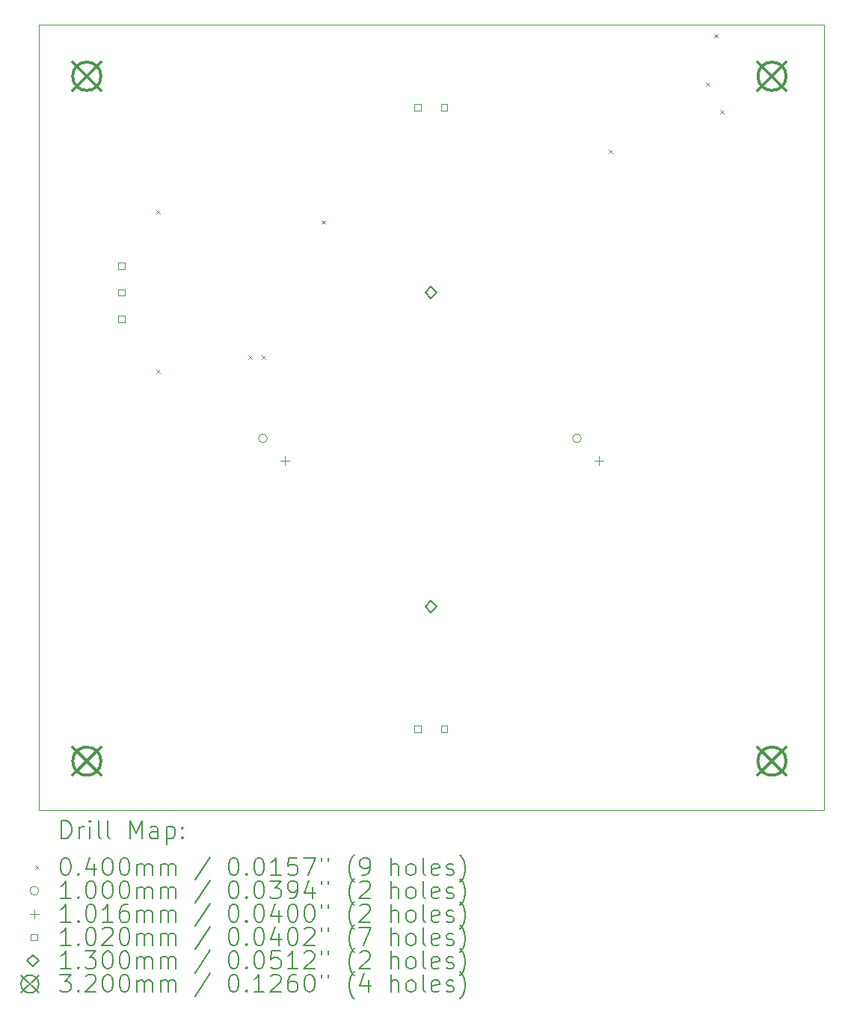
<source format=gbr>
%TF.GenerationSoftware,KiCad,Pcbnew,(6.0.11)*%
%TF.CreationDate,2023-02-16T11:16:12-05:00*%
%TF.ProjectId,DCT_HV_Widget,4443545f-4856-45f5-9769-646765742e6b,rev?*%
%TF.SameCoordinates,Original*%
%TF.FileFunction,Drillmap*%
%TF.FilePolarity,Positive*%
%FSLAX45Y45*%
G04 Gerber Fmt 4.5, Leading zero omitted, Abs format (unit mm)*
G04 Created by KiCad (PCBNEW (6.0.11)) date 2023-02-16 11:16:12*
%MOMM*%
%LPD*%
G01*
G04 APERTURE LIST*
%ADD10C,0.101600*%
%ADD11C,0.200000*%
%ADD12C,0.040000*%
%ADD13C,0.100000*%
%ADD14C,0.102000*%
%ADD15C,0.130000*%
%ADD16C,0.320000*%
G04 APERTURE END LIST*
D10*
X11597500Y-5510000D02*
X20487500Y-5510000D01*
X20487500Y-5510000D02*
X20487500Y-14400000D01*
X20487500Y-14400000D02*
X11597500Y-14400000D01*
X11597500Y-14400000D02*
X11597500Y-5510000D01*
D11*
D12*
X12925000Y-7610000D02*
X12965000Y-7650000D01*
X12965000Y-7610000D02*
X12925000Y-7650000D01*
X12927500Y-9410000D02*
X12967500Y-9450000D01*
X12967500Y-9410000D02*
X12927500Y-9450000D01*
X13967500Y-9247500D02*
X14007500Y-9287500D01*
X14007500Y-9247500D02*
X13967500Y-9287500D01*
X14120000Y-9252500D02*
X14160000Y-9292500D01*
X14160000Y-9252500D02*
X14120000Y-9292500D01*
X14797500Y-7722500D02*
X14837500Y-7762500D01*
X14837500Y-7722500D02*
X14797500Y-7762500D01*
X18045000Y-6920000D02*
X18085000Y-6960000D01*
X18085000Y-6920000D02*
X18045000Y-6960000D01*
X19150000Y-6157500D02*
X19190000Y-6197500D01*
X19190000Y-6157500D02*
X19150000Y-6197500D01*
X19240000Y-5612500D02*
X19280000Y-5652500D01*
X19280000Y-5612500D02*
X19240000Y-5652500D01*
X19307500Y-6472500D02*
X19347500Y-6512500D01*
X19347500Y-6472500D02*
X19307500Y-6512500D01*
D13*
X14180500Y-10188500D02*
G75*
G03*
X14180500Y-10188500I-50000J0D01*
G01*
X17736500Y-10188500D02*
G75*
G03*
X17736500Y-10188500I-50000J0D01*
G01*
D10*
X14384500Y-10391700D02*
X14384500Y-10493300D01*
X14333700Y-10442500D02*
X14435300Y-10442500D01*
X17940500Y-10391700D02*
X17940500Y-10493300D01*
X17889700Y-10442500D02*
X17991300Y-10442500D01*
D14*
X12566063Y-8273563D02*
X12566063Y-8201437D01*
X12493937Y-8201437D01*
X12493937Y-8273563D01*
X12566063Y-8273563D01*
X12566063Y-8573563D02*
X12566063Y-8501437D01*
X12493937Y-8501437D01*
X12493937Y-8573563D01*
X12566063Y-8573563D01*
X12566063Y-8873563D02*
X12566063Y-8801437D01*
X12493937Y-8801437D01*
X12493937Y-8873563D01*
X12566063Y-8873563D01*
X15918563Y-6478063D02*
X15918563Y-6405937D01*
X15846437Y-6405937D01*
X15846437Y-6478063D01*
X15918563Y-6478063D01*
X15918563Y-13514063D02*
X15918563Y-13441937D01*
X15846437Y-13441937D01*
X15846437Y-13514063D01*
X15918563Y-13514063D01*
X16218563Y-6478063D02*
X16218563Y-6405937D01*
X16146437Y-6405937D01*
X16146437Y-6478063D01*
X16218563Y-6478063D01*
X16218563Y-13514063D02*
X16218563Y-13441937D01*
X16146437Y-13441937D01*
X16146437Y-13514063D01*
X16218563Y-13514063D01*
D15*
X16035500Y-8602500D02*
X16100500Y-8537500D01*
X16035500Y-8472500D01*
X15970500Y-8537500D01*
X16035500Y-8602500D01*
X16035500Y-12158500D02*
X16100500Y-12093500D01*
X16035500Y-12028500D01*
X15970500Y-12093500D01*
X16035500Y-12158500D01*
D16*
X11977500Y-5930000D02*
X12297500Y-6250000D01*
X12297500Y-5930000D02*
X11977500Y-6250000D01*
X12297500Y-6090000D02*
G75*
G03*
X12297500Y-6090000I-160000J0D01*
G01*
X11977500Y-13682500D02*
X12297500Y-14002500D01*
X12297500Y-13682500D02*
X11977500Y-14002500D01*
X12297500Y-13842500D02*
G75*
G03*
X12297500Y-13842500I-160000J0D01*
G01*
X19735000Y-5930000D02*
X20055000Y-6250000D01*
X20055000Y-5930000D02*
X19735000Y-6250000D01*
X20055000Y-6090000D02*
G75*
G03*
X20055000Y-6090000I-160000J0D01*
G01*
X19735000Y-13682500D02*
X20055000Y-14002500D01*
X20055000Y-13682500D02*
X19735000Y-14002500D01*
X20055000Y-13842500D02*
G75*
G03*
X20055000Y-13842500I-160000J0D01*
G01*
D11*
X11850039Y-14715556D02*
X11850039Y-14515556D01*
X11897658Y-14515556D01*
X11926229Y-14525080D01*
X11945277Y-14544128D01*
X11954801Y-14563175D01*
X11964325Y-14601270D01*
X11964325Y-14629842D01*
X11954801Y-14667937D01*
X11945277Y-14686985D01*
X11926229Y-14706032D01*
X11897658Y-14715556D01*
X11850039Y-14715556D01*
X12050039Y-14715556D02*
X12050039Y-14582223D01*
X12050039Y-14620318D02*
X12059563Y-14601270D01*
X12069087Y-14591747D01*
X12088134Y-14582223D01*
X12107182Y-14582223D01*
X12173848Y-14715556D02*
X12173848Y-14582223D01*
X12173848Y-14515556D02*
X12164325Y-14525080D01*
X12173848Y-14534604D01*
X12183372Y-14525080D01*
X12173848Y-14515556D01*
X12173848Y-14534604D01*
X12297658Y-14715556D02*
X12278610Y-14706032D01*
X12269087Y-14686985D01*
X12269087Y-14515556D01*
X12402420Y-14715556D02*
X12383372Y-14706032D01*
X12373848Y-14686985D01*
X12373848Y-14515556D01*
X12630991Y-14715556D02*
X12630991Y-14515556D01*
X12697658Y-14658413D01*
X12764325Y-14515556D01*
X12764325Y-14715556D01*
X12945277Y-14715556D02*
X12945277Y-14610794D01*
X12935753Y-14591747D01*
X12916706Y-14582223D01*
X12878610Y-14582223D01*
X12859563Y-14591747D01*
X12945277Y-14706032D02*
X12926229Y-14715556D01*
X12878610Y-14715556D01*
X12859563Y-14706032D01*
X12850039Y-14686985D01*
X12850039Y-14667937D01*
X12859563Y-14648889D01*
X12878610Y-14639366D01*
X12926229Y-14639366D01*
X12945277Y-14629842D01*
X13040515Y-14582223D02*
X13040515Y-14782223D01*
X13040515Y-14591747D02*
X13059563Y-14582223D01*
X13097658Y-14582223D01*
X13116706Y-14591747D01*
X13126229Y-14601270D01*
X13135753Y-14620318D01*
X13135753Y-14677461D01*
X13126229Y-14696508D01*
X13116706Y-14706032D01*
X13097658Y-14715556D01*
X13059563Y-14715556D01*
X13040515Y-14706032D01*
X13221468Y-14696508D02*
X13230991Y-14706032D01*
X13221468Y-14715556D01*
X13211944Y-14706032D01*
X13221468Y-14696508D01*
X13221468Y-14715556D01*
X13221468Y-14591747D02*
X13230991Y-14601270D01*
X13221468Y-14610794D01*
X13211944Y-14601270D01*
X13221468Y-14591747D01*
X13221468Y-14610794D01*
D12*
X11552420Y-15025080D02*
X11592420Y-15065080D01*
X11592420Y-15025080D02*
X11552420Y-15065080D01*
D11*
X11888134Y-14935556D02*
X11907182Y-14935556D01*
X11926229Y-14945080D01*
X11935753Y-14954604D01*
X11945277Y-14973651D01*
X11954801Y-15011747D01*
X11954801Y-15059366D01*
X11945277Y-15097461D01*
X11935753Y-15116508D01*
X11926229Y-15126032D01*
X11907182Y-15135556D01*
X11888134Y-15135556D01*
X11869087Y-15126032D01*
X11859563Y-15116508D01*
X11850039Y-15097461D01*
X11840515Y-15059366D01*
X11840515Y-15011747D01*
X11850039Y-14973651D01*
X11859563Y-14954604D01*
X11869087Y-14945080D01*
X11888134Y-14935556D01*
X12040515Y-15116508D02*
X12050039Y-15126032D01*
X12040515Y-15135556D01*
X12030991Y-15126032D01*
X12040515Y-15116508D01*
X12040515Y-15135556D01*
X12221468Y-15002223D02*
X12221468Y-15135556D01*
X12173848Y-14926032D02*
X12126229Y-15068889D01*
X12250039Y-15068889D01*
X12364325Y-14935556D02*
X12383372Y-14935556D01*
X12402420Y-14945080D01*
X12411944Y-14954604D01*
X12421468Y-14973651D01*
X12430991Y-15011747D01*
X12430991Y-15059366D01*
X12421468Y-15097461D01*
X12411944Y-15116508D01*
X12402420Y-15126032D01*
X12383372Y-15135556D01*
X12364325Y-15135556D01*
X12345277Y-15126032D01*
X12335753Y-15116508D01*
X12326229Y-15097461D01*
X12316706Y-15059366D01*
X12316706Y-15011747D01*
X12326229Y-14973651D01*
X12335753Y-14954604D01*
X12345277Y-14945080D01*
X12364325Y-14935556D01*
X12554801Y-14935556D02*
X12573848Y-14935556D01*
X12592896Y-14945080D01*
X12602420Y-14954604D01*
X12611944Y-14973651D01*
X12621468Y-15011747D01*
X12621468Y-15059366D01*
X12611944Y-15097461D01*
X12602420Y-15116508D01*
X12592896Y-15126032D01*
X12573848Y-15135556D01*
X12554801Y-15135556D01*
X12535753Y-15126032D01*
X12526229Y-15116508D01*
X12516706Y-15097461D01*
X12507182Y-15059366D01*
X12507182Y-15011747D01*
X12516706Y-14973651D01*
X12526229Y-14954604D01*
X12535753Y-14945080D01*
X12554801Y-14935556D01*
X12707182Y-15135556D02*
X12707182Y-15002223D01*
X12707182Y-15021270D02*
X12716706Y-15011747D01*
X12735753Y-15002223D01*
X12764325Y-15002223D01*
X12783372Y-15011747D01*
X12792896Y-15030794D01*
X12792896Y-15135556D01*
X12792896Y-15030794D02*
X12802420Y-15011747D01*
X12821468Y-15002223D01*
X12850039Y-15002223D01*
X12869087Y-15011747D01*
X12878610Y-15030794D01*
X12878610Y-15135556D01*
X12973848Y-15135556D02*
X12973848Y-15002223D01*
X12973848Y-15021270D02*
X12983372Y-15011747D01*
X13002420Y-15002223D01*
X13030991Y-15002223D01*
X13050039Y-15011747D01*
X13059563Y-15030794D01*
X13059563Y-15135556D01*
X13059563Y-15030794D02*
X13069087Y-15011747D01*
X13088134Y-15002223D01*
X13116706Y-15002223D01*
X13135753Y-15011747D01*
X13145277Y-15030794D01*
X13145277Y-15135556D01*
X13535753Y-14926032D02*
X13364325Y-15183175D01*
X13792896Y-14935556D02*
X13811944Y-14935556D01*
X13830991Y-14945080D01*
X13840515Y-14954604D01*
X13850039Y-14973651D01*
X13859563Y-15011747D01*
X13859563Y-15059366D01*
X13850039Y-15097461D01*
X13840515Y-15116508D01*
X13830991Y-15126032D01*
X13811944Y-15135556D01*
X13792896Y-15135556D01*
X13773848Y-15126032D01*
X13764325Y-15116508D01*
X13754801Y-15097461D01*
X13745277Y-15059366D01*
X13745277Y-15011747D01*
X13754801Y-14973651D01*
X13764325Y-14954604D01*
X13773848Y-14945080D01*
X13792896Y-14935556D01*
X13945277Y-15116508D02*
X13954801Y-15126032D01*
X13945277Y-15135556D01*
X13935753Y-15126032D01*
X13945277Y-15116508D01*
X13945277Y-15135556D01*
X14078610Y-14935556D02*
X14097658Y-14935556D01*
X14116706Y-14945080D01*
X14126229Y-14954604D01*
X14135753Y-14973651D01*
X14145277Y-15011747D01*
X14145277Y-15059366D01*
X14135753Y-15097461D01*
X14126229Y-15116508D01*
X14116706Y-15126032D01*
X14097658Y-15135556D01*
X14078610Y-15135556D01*
X14059563Y-15126032D01*
X14050039Y-15116508D01*
X14040515Y-15097461D01*
X14030991Y-15059366D01*
X14030991Y-15011747D01*
X14040515Y-14973651D01*
X14050039Y-14954604D01*
X14059563Y-14945080D01*
X14078610Y-14935556D01*
X14335753Y-15135556D02*
X14221468Y-15135556D01*
X14278610Y-15135556D02*
X14278610Y-14935556D01*
X14259563Y-14964128D01*
X14240515Y-14983175D01*
X14221468Y-14992699D01*
X14516706Y-14935556D02*
X14421468Y-14935556D01*
X14411944Y-15030794D01*
X14421468Y-15021270D01*
X14440515Y-15011747D01*
X14488134Y-15011747D01*
X14507182Y-15021270D01*
X14516706Y-15030794D01*
X14526229Y-15049842D01*
X14526229Y-15097461D01*
X14516706Y-15116508D01*
X14507182Y-15126032D01*
X14488134Y-15135556D01*
X14440515Y-15135556D01*
X14421468Y-15126032D01*
X14411944Y-15116508D01*
X14592896Y-14935556D02*
X14726229Y-14935556D01*
X14640515Y-15135556D01*
X14792896Y-14935556D02*
X14792896Y-14973651D01*
X14869087Y-14935556D02*
X14869087Y-14973651D01*
X15164325Y-15211747D02*
X15154801Y-15202223D01*
X15135753Y-15173651D01*
X15126229Y-15154604D01*
X15116706Y-15126032D01*
X15107182Y-15078413D01*
X15107182Y-15040318D01*
X15116706Y-14992699D01*
X15126229Y-14964128D01*
X15135753Y-14945080D01*
X15154801Y-14916508D01*
X15164325Y-14906985D01*
X15250039Y-15135556D02*
X15288134Y-15135556D01*
X15307182Y-15126032D01*
X15316706Y-15116508D01*
X15335753Y-15087937D01*
X15345277Y-15049842D01*
X15345277Y-14973651D01*
X15335753Y-14954604D01*
X15326229Y-14945080D01*
X15307182Y-14935556D01*
X15269087Y-14935556D01*
X15250039Y-14945080D01*
X15240515Y-14954604D01*
X15230991Y-14973651D01*
X15230991Y-15021270D01*
X15240515Y-15040318D01*
X15250039Y-15049842D01*
X15269087Y-15059366D01*
X15307182Y-15059366D01*
X15326229Y-15049842D01*
X15335753Y-15040318D01*
X15345277Y-15021270D01*
X15583372Y-15135556D02*
X15583372Y-14935556D01*
X15669087Y-15135556D02*
X15669087Y-15030794D01*
X15659563Y-15011747D01*
X15640515Y-15002223D01*
X15611944Y-15002223D01*
X15592896Y-15011747D01*
X15583372Y-15021270D01*
X15792896Y-15135556D02*
X15773848Y-15126032D01*
X15764325Y-15116508D01*
X15754801Y-15097461D01*
X15754801Y-15040318D01*
X15764325Y-15021270D01*
X15773848Y-15011747D01*
X15792896Y-15002223D01*
X15821468Y-15002223D01*
X15840515Y-15011747D01*
X15850039Y-15021270D01*
X15859563Y-15040318D01*
X15859563Y-15097461D01*
X15850039Y-15116508D01*
X15840515Y-15126032D01*
X15821468Y-15135556D01*
X15792896Y-15135556D01*
X15973848Y-15135556D02*
X15954801Y-15126032D01*
X15945277Y-15106985D01*
X15945277Y-14935556D01*
X16126229Y-15126032D02*
X16107182Y-15135556D01*
X16069087Y-15135556D01*
X16050039Y-15126032D01*
X16040515Y-15106985D01*
X16040515Y-15030794D01*
X16050039Y-15011747D01*
X16069087Y-15002223D01*
X16107182Y-15002223D01*
X16126229Y-15011747D01*
X16135753Y-15030794D01*
X16135753Y-15049842D01*
X16040515Y-15068889D01*
X16211944Y-15126032D02*
X16230991Y-15135556D01*
X16269087Y-15135556D01*
X16288134Y-15126032D01*
X16297658Y-15106985D01*
X16297658Y-15097461D01*
X16288134Y-15078413D01*
X16269087Y-15068889D01*
X16240515Y-15068889D01*
X16221468Y-15059366D01*
X16211944Y-15040318D01*
X16211944Y-15030794D01*
X16221468Y-15011747D01*
X16240515Y-15002223D01*
X16269087Y-15002223D01*
X16288134Y-15011747D01*
X16364325Y-15211747D02*
X16373848Y-15202223D01*
X16392896Y-15173651D01*
X16402420Y-15154604D01*
X16411944Y-15126032D01*
X16421468Y-15078413D01*
X16421468Y-15040318D01*
X16411944Y-14992699D01*
X16402420Y-14964128D01*
X16392896Y-14945080D01*
X16373848Y-14916508D01*
X16364325Y-14906985D01*
D13*
X11592420Y-15309080D02*
G75*
G03*
X11592420Y-15309080I-50000J0D01*
G01*
D11*
X11954801Y-15399556D02*
X11840515Y-15399556D01*
X11897658Y-15399556D02*
X11897658Y-15199556D01*
X11878610Y-15228128D01*
X11859563Y-15247175D01*
X11840515Y-15256699D01*
X12040515Y-15380508D02*
X12050039Y-15390032D01*
X12040515Y-15399556D01*
X12030991Y-15390032D01*
X12040515Y-15380508D01*
X12040515Y-15399556D01*
X12173848Y-15199556D02*
X12192896Y-15199556D01*
X12211944Y-15209080D01*
X12221468Y-15218604D01*
X12230991Y-15237651D01*
X12240515Y-15275747D01*
X12240515Y-15323366D01*
X12230991Y-15361461D01*
X12221468Y-15380508D01*
X12211944Y-15390032D01*
X12192896Y-15399556D01*
X12173848Y-15399556D01*
X12154801Y-15390032D01*
X12145277Y-15380508D01*
X12135753Y-15361461D01*
X12126229Y-15323366D01*
X12126229Y-15275747D01*
X12135753Y-15237651D01*
X12145277Y-15218604D01*
X12154801Y-15209080D01*
X12173848Y-15199556D01*
X12364325Y-15199556D02*
X12383372Y-15199556D01*
X12402420Y-15209080D01*
X12411944Y-15218604D01*
X12421468Y-15237651D01*
X12430991Y-15275747D01*
X12430991Y-15323366D01*
X12421468Y-15361461D01*
X12411944Y-15380508D01*
X12402420Y-15390032D01*
X12383372Y-15399556D01*
X12364325Y-15399556D01*
X12345277Y-15390032D01*
X12335753Y-15380508D01*
X12326229Y-15361461D01*
X12316706Y-15323366D01*
X12316706Y-15275747D01*
X12326229Y-15237651D01*
X12335753Y-15218604D01*
X12345277Y-15209080D01*
X12364325Y-15199556D01*
X12554801Y-15199556D02*
X12573848Y-15199556D01*
X12592896Y-15209080D01*
X12602420Y-15218604D01*
X12611944Y-15237651D01*
X12621468Y-15275747D01*
X12621468Y-15323366D01*
X12611944Y-15361461D01*
X12602420Y-15380508D01*
X12592896Y-15390032D01*
X12573848Y-15399556D01*
X12554801Y-15399556D01*
X12535753Y-15390032D01*
X12526229Y-15380508D01*
X12516706Y-15361461D01*
X12507182Y-15323366D01*
X12507182Y-15275747D01*
X12516706Y-15237651D01*
X12526229Y-15218604D01*
X12535753Y-15209080D01*
X12554801Y-15199556D01*
X12707182Y-15399556D02*
X12707182Y-15266223D01*
X12707182Y-15285270D02*
X12716706Y-15275747D01*
X12735753Y-15266223D01*
X12764325Y-15266223D01*
X12783372Y-15275747D01*
X12792896Y-15294794D01*
X12792896Y-15399556D01*
X12792896Y-15294794D02*
X12802420Y-15275747D01*
X12821468Y-15266223D01*
X12850039Y-15266223D01*
X12869087Y-15275747D01*
X12878610Y-15294794D01*
X12878610Y-15399556D01*
X12973848Y-15399556D02*
X12973848Y-15266223D01*
X12973848Y-15285270D02*
X12983372Y-15275747D01*
X13002420Y-15266223D01*
X13030991Y-15266223D01*
X13050039Y-15275747D01*
X13059563Y-15294794D01*
X13059563Y-15399556D01*
X13059563Y-15294794D02*
X13069087Y-15275747D01*
X13088134Y-15266223D01*
X13116706Y-15266223D01*
X13135753Y-15275747D01*
X13145277Y-15294794D01*
X13145277Y-15399556D01*
X13535753Y-15190032D02*
X13364325Y-15447175D01*
X13792896Y-15199556D02*
X13811944Y-15199556D01*
X13830991Y-15209080D01*
X13840515Y-15218604D01*
X13850039Y-15237651D01*
X13859563Y-15275747D01*
X13859563Y-15323366D01*
X13850039Y-15361461D01*
X13840515Y-15380508D01*
X13830991Y-15390032D01*
X13811944Y-15399556D01*
X13792896Y-15399556D01*
X13773848Y-15390032D01*
X13764325Y-15380508D01*
X13754801Y-15361461D01*
X13745277Y-15323366D01*
X13745277Y-15275747D01*
X13754801Y-15237651D01*
X13764325Y-15218604D01*
X13773848Y-15209080D01*
X13792896Y-15199556D01*
X13945277Y-15380508D02*
X13954801Y-15390032D01*
X13945277Y-15399556D01*
X13935753Y-15390032D01*
X13945277Y-15380508D01*
X13945277Y-15399556D01*
X14078610Y-15199556D02*
X14097658Y-15199556D01*
X14116706Y-15209080D01*
X14126229Y-15218604D01*
X14135753Y-15237651D01*
X14145277Y-15275747D01*
X14145277Y-15323366D01*
X14135753Y-15361461D01*
X14126229Y-15380508D01*
X14116706Y-15390032D01*
X14097658Y-15399556D01*
X14078610Y-15399556D01*
X14059563Y-15390032D01*
X14050039Y-15380508D01*
X14040515Y-15361461D01*
X14030991Y-15323366D01*
X14030991Y-15275747D01*
X14040515Y-15237651D01*
X14050039Y-15218604D01*
X14059563Y-15209080D01*
X14078610Y-15199556D01*
X14211944Y-15199556D02*
X14335753Y-15199556D01*
X14269087Y-15275747D01*
X14297658Y-15275747D01*
X14316706Y-15285270D01*
X14326229Y-15294794D01*
X14335753Y-15313842D01*
X14335753Y-15361461D01*
X14326229Y-15380508D01*
X14316706Y-15390032D01*
X14297658Y-15399556D01*
X14240515Y-15399556D01*
X14221468Y-15390032D01*
X14211944Y-15380508D01*
X14430991Y-15399556D02*
X14469087Y-15399556D01*
X14488134Y-15390032D01*
X14497658Y-15380508D01*
X14516706Y-15351937D01*
X14526229Y-15313842D01*
X14526229Y-15237651D01*
X14516706Y-15218604D01*
X14507182Y-15209080D01*
X14488134Y-15199556D01*
X14450039Y-15199556D01*
X14430991Y-15209080D01*
X14421468Y-15218604D01*
X14411944Y-15237651D01*
X14411944Y-15285270D01*
X14421468Y-15304318D01*
X14430991Y-15313842D01*
X14450039Y-15323366D01*
X14488134Y-15323366D01*
X14507182Y-15313842D01*
X14516706Y-15304318D01*
X14526229Y-15285270D01*
X14697658Y-15266223D02*
X14697658Y-15399556D01*
X14650039Y-15190032D02*
X14602420Y-15332889D01*
X14726229Y-15332889D01*
X14792896Y-15199556D02*
X14792896Y-15237651D01*
X14869087Y-15199556D02*
X14869087Y-15237651D01*
X15164325Y-15475747D02*
X15154801Y-15466223D01*
X15135753Y-15437651D01*
X15126229Y-15418604D01*
X15116706Y-15390032D01*
X15107182Y-15342413D01*
X15107182Y-15304318D01*
X15116706Y-15256699D01*
X15126229Y-15228128D01*
X15135753Y-15209080D01*
X15154801Y-15180508D01*
X15164325Y-15170985D01*
X15230991Y-15218604D02*
X15240515Y-15209080D01*
X15259563Y-15199556D01*
X15307182Y-15199556D01*
X15326229Y-15209080D01*
X15335753Y-15218604D01*
X15345277Y-15237651D01*
X15345277Y-15256699D01*
X15335753Y-15285270D01*
X15221468Y-15399556D01*
X15345277Y-15399556D01*
X15583372Y-15399556D02*
X15583372Y-15199556D01*
X15669087Y-15399556D02*
X15669087Y-15294794D01*
X15659563Y-15275747D01*
X15640515Y-15266223D01*
X15611944Y-15266223D01*
X15592896Y-15275747D01*
X15583372Y-15285270D01*
X15792896Y-15399556D02*
X15773848Y-15390032D01*
X15764325Y-15380508D01*
X15754801Y-15361461D01*
X15754801Y-15304318D01*
X15764325Y-15285270D01*
X15773848Y-15275747D01*
X15792896Y-15266223D01*
X15821468Y-15266223D01*
X15840515Y-15275747D01*
X15850039Y-15285270D01*
X15859563Y-15304318D01*
X15859563Y-15361461D01*
X15850039Y-15380508D01*
X15840515Y-15390032D01*
X15821468Y-15399556D01*
X15792896Y-15399556D01*
X15973848Y-15399556D02*
X15954801Y-15390032D01*
X15945277Y-15370985D01*
X15945277Y-15199556D01*
X16126229Y-15390032D02*
X16107182Y-15399556D01*
X16069087Y-15399556D01*
X16050039Y-15390032D01*
X16040515Y-15370985D01*
X16040515Y-15294794D01*
X16050039Y-15275747D01*
X16069087Y-15266223D01*
X16107182Y-15266223D01*
X16126229Y-15275747D01*
X16135753Y-15294794D01*
X16135753Y-15313842D01*
X16040515Y-15332889D01*
X16211944Y-15390032D02*
X16230991Y-15399556D01*
X16269087Y-15399556D01*
X16288134Y-15390032D01*
X16297658Y-15370985D01*
X16297658Y-15361461D01*
X16288134Y-15342413D01*
X16269087Y-15332889D01*
X16240515Y-15332889D01*
X16221468Y-15323366D01*
X16211944Y-15304318D01*
X16211944Y-15294794D01*
X16221468Y-15275747D01*
X16240515Y-15266223D01*
X16269087Y-15266223D01*
X16288134Y-15275747D01*
X16364325Y-15475747D02*
X16373848Y-15466223D01*
X16392896Y-15437651D01*
X16402420Y-15418604D01*
X16411944Y-15390032D01*
X16421468Y-15342413D01*
X16421468Y-15304318D01*
X16411944Y-15256699D01*
X16402420Y-15228128D01*
X16392896Y-15209080D01*
X16373848Y-15180508D01*
X16364325Y-15170985D01*
D10*
X11541620Y-15522280D02*
X11541620Y-15623880D01*
X11490820Y-15573080D02*
X11592420Y-15573080D01*
D11*
X11954801Y-15663556D02*
X11840515Y-15663556D01*
X11897658Y-15663556D02*
X11897658Y-15463556D01*
X11878610Y-15492128D01*
X11859563Y-15511175D01*
X11840515Y-15520699D01*
X12040515Y-15644508D02*
X12050039Y-15654032D01*
X12040515Y-15663556D01*
X12030991Y-15654032D01*
X12040515Y-15644508D01*
X12040515Y-15663556D01*
X12173848Y-15463556D02*
X12192896Y-15463556D01*
X12211944Y-15473080D01*
X12221468Y-15482604D01*
X12230991Y-15501651D01*
X12240515Y-15539747D01*
X12240515Y-15587366D01*
X12230991Y-15625461D01*
X12221468Y-15644508D01*
X12211944Y-15654032D01*
X12192896Y-15663556D01*
X12173848Y-15663556D01*
X12154801Y-15654032D01*
X12145277Y-15644508D01*
X12135753Y-15625461D01*
X12126229Y-15587366D01*
X12126229Y-15539747D01*
X12135753Y-15501651D01*
X12145277Y-15482604D01*
X12154801Y-15473080D01*
X12173848Y-15463556D01*
X12430991Y-15663556D02*
X12316706Y-15663556D01*
X12373848Y-15663556D02*
X12373848Y-15463556D01*
X12354801Y-15492128D01*
X12335753Y-15511175D01*
X12316706Y-15520699D01*
X12602420Y-15463556D02*
X12564325Y-15463556D01*
X12545277Y-15473080D01*
X12535753Y-15482604D01*
X12516706Y-15511175D01*
X12507182Y-15549270D01*
X12507182Y-15625461D01*
X12516706Y-15644508D01*
X12526229Y-15654032D01*
X12545277Y-15663556D01*
X12583372Y-15663556D01*
X12602420Y-15654032D01*
X12611944Y-15644508D01*
X12621468Y-15625461D01*
X12621468Y-15577842D01*
X12611944Y-15558794D01*
X12602420Y-15549270D01*
X12583372Y-15539747D01*
X12545277Y-15539747D01*
X12526229Y-15549270D01*
X12516706Y-15558794D01*
X12507182Y-15577842D01*
X12707182Y-15663556D02*
X12707182Y-15530223D01*
X12707182Y-15549270D02*
X12716706Y-15539747D01*
X12735753Y-15530223D01*
X12764325Y-15530223D01*
X12783372Y-15539747D01*
X12792896Y-15558794D01*
X12792896Y-15663556D01*
X12792896Y-15558794D02*
X12802420Y-15539747D01*
X12821468Y-15530223D01*
X12850039Y-15530223D01*
X12869087Y-15539747D01*
X12878610Y-15558794D01*
X12878610Y-15663556D01*
X12973848Y-15663556D02*
X12973848Y-15530223D01*
X12973848Y-15549270D02*
X12983372Y-15539747D01*
X13002420Y-15530223D01*
X13030991Y-15530223D01*
X13050039Y-15539747D01*
X13059563Y-15558794D01*
X13059563Y-15663556D01*
X13059563Y-15558794D02*
X13069087Y-15539747D01*
X13088134Y-15530223D01*
X13116706Y-15530223D01*
X13135753Y-15539747D01*
X13145277Y-15558794D01*
X13145277Y-15663556D01*
X13535753Y-15454032D02*
X13364325Y-15711175D01*
X13792896Y-15463556D02*
X13811944Y-15463556D01*
X13830991Y-15473080D01*
X13840515Y-15482604D01*
X13850039Y-15501651D01*
X13859563Y-15539747D01*
X13859563Y-15587366D01*
X13850039Y-15625461D01*
X13840515Y-15644508D01*
X13830991Y-15654032D01*
X13811944Y-15663556D01*
X13792896Y-15663556D01*
X13773848Y-15654032D01*
X13764325Y-15644508D01*
X13754801Y-15625461D01*
X13745277Y-15587366D01*
X13745277Y-15539747D01*
X13754801Y-15501651D01*
X13764325Y-15482604D01*
X13773848Y-15473080D01*
X13792896Y-15463556D01*
X13945277Y-15644508D02*
X13954801Y-15654032D01*
X13945277Y-15663556D01*
X13935753Y-15654032D01*
X13945277Y-15644508D01*
X13945277Y-15663556D01*
X14078610Y-15463556D02*
X14097658Y-15463556D01*
X14116706Y-15473080D01*
X14126229Y-15482604D01*
X14135753Y-15501651D01*
X14145277Y-15539747D01*
X14145277Y-15587366D01*
X14135753Y-15625461D01*
X14126229Y-15644508D01*
X14116706Y-15654032D01*
X14097658Y-15663556D01*
X14078610Y-15663556D01*
X14059563Y-15654032D01*
X14050039Y-15644508D01*
X14040515Y-15625461D01*
X14030991Y-15587366D01*
X14030991Y-15539747D01*
X14040515Y-15501651D01*
X14050039Y-15482604D01*
X14059563Y-15473080D01*
X14078610Y-15463556D01*
X14316706Y-15530223D02*
X14316706Y-15663556D01*
X14269087Y-15454032D02*
X14221468Y-15596889D01*
X14345277Y-15596889D01*
X14459563Y-15463556D02*
X14478610Y-15463556D01*
X14497658Y-15473080D01*
X14507182Y-15482604D01*
X14516706Y-15501651D01*
X14526229Y-15539747D01*
X14526229Y-15587366D01*
X14516706Y-15625461D01*
X14507182Y-15644508D01*
X14497658Y-15654032D01*
X14478610Y-15663556D01*
X14459563Y-15663556D01*
X14440515Y-15654032D01*
X14430991Y-15644508D01*
X14421468Y-15625461D01*
X14411944Y-15587366D01*
X14411944Y-15539747D01*
X14421468Y-15501651D01*
X14430991Y-15482604D01*
X14440515Y-15473080D01*
X14459563Y-15463556D01*
X14650039Y-15463556D02*
X14669087Y-15463556D01*
X14688134Y-15473080D01*
X14697658Y-15482604D01*
X14707182Y-15501651D01*
X14716706Y-15539747D01*
X14716706Y-15587366D01*
X14707182Y-15625461D01*
X14697658Y-15644508D01*
X14688134Y-15654032D01*
X14669087Y-15663556D01*
X14650039Y-15663556D01*
X14630991Y-15654032D01*
X14621468Y-15644508D01*
X14611944Y-15625461D01*
X14602420Y-15587366D01*
X14602420Y-15539747D01*
X14611944Y-15501651D01*
X14621468Y-15482604D01*
X14630991Y-15473080D01*
X14650039Y-15463556D01*
X14792896Y-15463556D02*
X14792896Y-15501651D01*
X14869087Y-15463556D02*
X14869087Y-15501651D01*
X15164325Y-15739747D02*
X15154801Y-15730223D01*
X15135753Y-15701651D01*
X15126229Y-15682604D01*
X15116706Y-15654032D01*
X15107182Y-15606413D01*
X15107182Y-15568318D01*
X15116706Y-15520699D01*
X15126229Y-15492128D01*
X15135753Y-15473080D01*
X15154801Y-15444508D01*
X15164325Y-15434985D01*
X15230991Y-15482604D02*
X15240515Y-15473080D01*
X15259563Y-15463556D01*
X15307182Y-15463556D01*
X15326229Y-15473080D01*
X15335753Y-15482604D01*
X15345277Y-15501651D01*
X15345277Y-15520699D01*
X15335753Y-15549270D01*
X15221468Y-15663556D01*
X15345277Y-15663556D01*
X15583372Y-15663556D02*
X15583372Y-15463556D01*
X15669087Y-15663556D02*
X15669087Y-15558794D01*
X15659563Y-15539747D01*
X15640515Y-15530223D01*
X15611944Y-15530223D01*
X15592896Y-15539747D01*
X15583372Y-15549270D01*
X15792896Y-15663556D02*
X15773848Y-15654032D01*
X15764325Y-15644508D01*
X15754801Y-15625461D01*
X15754801Y-15568318D01*
X15764325Y-15549270D01*
X15773848Y-15539747D01*
X15792896Y-15530223D01*
X15821468Y-15530223D01*
X15840515Y-15539747D01*
X15850039Y-15549270D01*
X15859563Y-15568318D01*
X15859563Y-15625461D01*
X15850039Y-15644508D01*
X15840515Y-15654032D01*
X15821468Y-15663556D01*
X15792896Y-15663556D01*
X15973848Y-15663556D02*
X15954801Y-15654032D01*
X15945277Y-15634985D01*
X15945277Y-15463556D01*
X16126229Y-15654032D02*
X16107182Y-15663556D01*
X16069087Y-15663556D01*
X16050039Y-15654032D01*
X16040515Y-15634985D01*
X16040515Y-15558794D01*
X16050039Y-15539747D01*
X16069087Y-15530223D01*
X16107182Y-15530223D01*
X16126229Y-15539747D01*
X16135753Y-15558794D01*
X16135753Y-15577842D01*
X16040515Y-15596889D01*
X16211944Y-15654032D02*
X16230991Y-15663556D01*
X16269087Y-15663556D01*
X16288134Y-15654032D01*
X16297658Y-15634985D01*
X16297658Y-15625461D01*
X16288134Y-15606413D01*
X16269087Y-15596889D01*
X16240515Y-15596889D01*
X16221468Y-15587366D01*
X16211944Y-15568318D01*
X16211944Y-15558794D01*
X16221468Y-15539747D01*
X16240515Y-15530223D01*
X16269087Y-15530223D01*
X16288134Y-15539747D01*
X16364325Y-15739747D02*
X16373848Y-15730223D01*
X16392896Y-15701651D01*
X16402420Y-15682604D01*
X16411944Y-15654032D01*
X16421468Y-15606413D01*
X16421468Y-15568318D01*
X16411944Y-15520699D01*
X16402420Y-15492128D01*
X16392896Y-15473080D01*
X16373848Y-15444508D01*
X16364325Y-15434985D01*
D14*
X11577483Y-15873143D02*
X11577483Y-15801017D01*
X11505357Y-15801017D01*
X11505357Y-15873143D01*
X11577483Y-15873143D01*
D11*
X11954801Y-15927556D02*
X11840515Y-15927556D01*
X11897658Y-15927556D02*
X11897658Y-15727556D01*
X11878610Y-15756128D01*
X11859563Y-15775175D01*
X11840515Y-15784699D01*
X12040515Y-15908508D02*
X12050039Y-15918032D01*
X12040515Y-15927556D01*
X12030991Y-15918032D01*
X12040515Y-15908508D01*
X12040515Y-15927556D01*
X12173848Y-15727556D02*
X12192896Y-15727556D01*
X12211944Y-15737080D01*
X12221468Y-15746604D01*
X12230991Y-15765651D01*
X12240515Y-15803747D01*
X12240515Y-15851366D01*
X12230991Y-15889461D01*
X12221468Y-15908508D01*
X12211944Y-15918032D01*
X12192896Y-15927556D01*
X12173848Y-15927556D01*
X12154801Y-15918032D01*
X12145277Y-15908508D01*
X12135753Y-15889461D01*
X12126229Y-15851366D01*
X12126229Y-15803747D01*
X12135753Y-15765651D01*
X12145277Y-15746604D01*
X12154801Y-15737080D01*
X12173848Y-15727556D01*
X12316706Y-15746604D02*
X12326229Y-15737080D01*
X12345277Y-15727556D01*
X12392896Y-15727556D01*
X12411944Y-15737080D01*
X12421468Y-15746604D01*
X12430991Y-15765651D01*
X12430991Y-15784699D01*
X12421468Y-15813270D01*
X12307182Y-15927556D01*
X12430991Y-15927556D01*
X12554801Y-15727556D02*
X12573848Y-15727556D01*
X12592896Y-15737080D01*
X12602420Y-15746604D01*
X12611944Y-15765651D01*
X12621468Y-15803747D01*
X12621468Y-15851366D01*
X12611944Y-15889461D01*
X12602420Y-15908508D01*
X12592896Y-15918032D01*
X12573848Y-15927556D01*
X12554801Y-15927556D01*
X12535753Y-15918032D01*
X12526229Y-15908508D01*
X12516706Y-15889461D01*
X12507182Y-15851366D01*
X12507182Y-15803747D01*
X12516706Y-15765651D01*
X12526229Y-15746604D01*
X12535753Y-15737080D01*
X12554801Y-15727556D01*
X12707182Y-15927556D02*
X12707182Y-15794223D01*
X12707182Y-15813270D02*
X12716706Y-15803747D01*
X12735753Y-15794223D01*
X12764325Y-15794223D01*
X12783372Y-15803747D01*
X12792896Y-15822794D01*
X12792896Y-15927556D01*
X12792896Y-15822794D02*
X12802420Y-15803747D01*
X12821468Y-15794223D01*
X12850039Y-15794223D01*
X12869087Y-15803747D01*
X12878610Y-15822794D01*
X12878610Y-15927556D01*
X12973848Y-15927556D02*
X12973848Y-15794223D01*
X12973848Y-15813270D02*
X12983372Y-15803747D01*
X13002420Y-15794223D01*
X13030991Y-15794223D01*
X13050039Y-15803747D01*
X13059563Y-15822794D01*
X13059563Y-15927556D01*
X13059563Y-15822794D02*
X13069087Y-15803747D01*
X13088134Y-15794223D01*
X13116706Y-15794223D01*
X13135753Y-15803747D01*
X13145277Y-15822794D01*
X13145277Y-15927556D01*
X13535753Y-15718032D02*
X13364325Y-15975175D01*
X13792896Y-15727556D02*
X13811944Y-15727556D01*
X13830991Y-15737080D01*
X13840515Y-15746604D01*
X13850039Y-15765651D01*
X13859563Y-15803747D01*
X13859563Y-15851366D01*
X13850039Y-15889461D01*
X13840515Y-15908508D01*
X13830991Y-15918032D01*
X13811944Y-15927556D01*
X13792896Y-15927556D01*
X13773848Y-15918032D01*
X13764325Y-15908508D01*
X13754801Y-15889461D01*
X13745277Y-15851366D01*
X13745277Y-15803747D01*
X13754801Y-15765651D01*
X13764325Y-15746604D01*
X13773848Y-15737080D01*
X13792896Y-15727556D01*
X13945277Y-15908508D02*
X13954801Y-15918032D01*
X13945277Y-15927556D01*
X13935753Y-15918032D01*
X13945277Y-15908508D01*
X13945277Y-15927556D01*
X14078610Y-15727556D02*
X14097658Y-15727556D01*
X14116706Y-15737080D01*
X14126229Y-15746604D01*
X14135753Y-15765651D01*
X14145277Y-15803747D01*
X14145277Y-15851366D01*
X14135753Y-15889461D01*
X14126229Y-15908508D01*
X14116706Y-15918032D01*
X14097658Y-15927556D01*
X14078610Y-15927556D01*
X14059563Y-15918032D01*
X14050039Y-15908508D01*
X14040515Y-15889461D01*
X14030991Y-15851366D01*
X14030991Y-15803747D01*
X14040515Y-15765651D01*
X14050039Y-15746604D01*
X14059563Y-15737080D01*
X14078610Y-15727556D01*
X14316706Y-15794223D02*
X14316706Y-15927556D01*
X14269087Y-15718032D02*
X14221468Y-15860889D01*
X14345277Y-15860889D01*
X14459563Y-15727556D02*
X14478610Y-15727556D01*
X14497658Y-15737080D01*
X14507182Y-15746604D01*
X14516706Y-15765651D01*
X14526229Y-15803747D01*
X14526229Y-15851366D01*
X14516706Y-15889461D01*
X14507182Y-15908508D01*
X14497658Y-15918032D01*
X14478610Y-15927556D01*
X14459563Y-15927556D01*
X14440515Y-15918032D01*
X14430991Y-15908508D01*
X14421468Y-15889461D01*
X14411944Y-15851366D01*
X14411944Y-15803747D01*
X14421468Y-15765651D01*
X14430991Y-15746604D01*
X14440515Y-15737080D01*
X14459563Y-15727556D01*
X14602420Y-15746604D02*
X14611944Y-15737080D01*
X14630991Y-15727556D01*
X14678610Y-15727556D01*
X14697658Y-15737080D01*
X14707182Y-15746604D01*
X14716706Y-15765651D01*
X14716706Y-15784699D01*
X14707182Y-15813270D01*
X14592896Y-15927556D01*
X14716706Y-15927556D01*
X14792896Y-15727556D02*
X14792896Y-15765651D01*
X14869087Y-15727556D02*
X14869087Y-15765651D01*
X15164325Y-16003747D02*
X15154801Y-15994223D01*
X15135753Y-15965651D01*
X15126229Y-15946604D01*
X15116706Y-15918032D01*
X15107182Y-15870413D01*
X15107182Y-15832318D01*
X15116706Y-15784699D01*
X15126229Y-15756128D01*
X15135753Y-15737080D01*
X15154801Y-15708508D01*
X15164325Y-15698985D01*
X15221468Y-15727556D02*
X15354801Y-15727556D01*
X15269087Y-15927556D01*
X15583372Y-15927556D02*
X15583372Y-15727556D01*
X15669087Y-15927556D02*
X15669087Y-15822794D01*
X15659563Y-15803747D01*
X15640515Y-15794223D01*
X15611944Y-15794223D01*
X15592896Y-15803747D01*
X15583372Y-15813270D01*
X15792896Y-15927556D02*
X15773848Y-15918032D01*
X15764325Y-15908508D01*
X15754801Y-15889461D01*
X15754801Y-15832318D01*
X15764325Y-15813270D01*
X15773848Y-15803747D01*
X15792896Y-15794223D01*
X15821468Y-15794223D01*
X15840515Y-15803747D01*
X15850039Y-15813270D01*
X15859563Y-15832318D01*
X15859563Y-15889461D01*
X15850039Y-15908508D01*
X15840515Y-15918032D01*
X15821468Y-15927556D01*
X15792896Y-15927556D01*
X15973848Y-15927556D02*
X15954801Y-15918032D01*
X15945277Y-15898985D01*
X15945277Y-15727556D01*
X16126229Y-15918032D02*
X16107182Y-15927556D01*
X16069087Y-15927556D01*
X16050039Y-15918032D01*
X16040515Y-15898985D01*
X16040515Y-15822794D01*
X16050039Y-15803747D01*
X16069087Y-15794223D01*
X16107182Y-15794223D01*
X16126229Y-15803747D01*
X16135753Y-15822794D01*
X16135753Y-15841842D01*
X16040515Y-15860889D01*
X16211944Y-15918032D02*
X16230991Y-15927556D01*
X16269087Y-15927556D01*
X16288134Y-15918032D01*
X16297658Y-15898985D01*
X16297658Y-15889461D01*
X16288134Y-15870413D01*
X16269087Y-15860889D01*
X16240515Y-15860889D01*
X16221468Y-15851366D01*
X16211944Y-15832318D01*
X16211944Y-15822794D01*
X16221468Y-15803747D01*
X16240515Y-15794223D01*
X16269087Y-15794223D01*
X16288134Y-15803747D01*
X16364325Y-16003747D02*
X16373848Y-15994223D01*
X16392896Y-15965651D01*
X16402420Y-15946604D01*
X16411944Y-15918032D01*
X16421468Y-15870413D01*
X16421468Y-15832318D01*
X16411944Y-15784699D01*
X16402420Y-15756128D01*
X16392896Y-15737080D01*
X16373848Y-15708508D01*
X16364325Y-15698985D01*
D15*
X11527420Y-16166080D02*
X11592420Y-16101080D01*
X11527420Y-16036080D01*
X11462420Y-16101080D01*
X11527420Y-16166080D01*
D11*
X11954801Y-16191556D02*
X11840515Y-16191556D01*
X11897658Y-16191556D02*
X11897658Y-15991556D01*
X11878610Y-16020128D01*
X11859563Y-16039175D01*
X11840515Y-16048699D01*
X12040515Y-16172508D02*
X12050039Y-16182032D01*
X12040515Y-16191556D01*
X12030991Y-16182032D01*
X12040515Y-16172508D01*
X12040515Y-16191556D01*
X12116706Y-15991556D02*
X12240515Y-15991556D01*
X12173848Y-16067747D01*
X12202420Y-16067747D01*
X12221468Y-16077270D01*
X12230991Y-16086794D01*
X12240515Y-16105842D01*
X12240515Y-16153461D01*
X12230991Y-16172508D01*
X12221468Y-16182032D01*
X12202420Y-16191556D01*
X12145277Y-16191556D01*
X12126229Y-16182032D01*
X12116706Y-16172508D01*
X12364325Y-15991556D02*
X12383372Y-15991556D01*
X12402420Y-16001080D01*
X12411944Y-16010604D01*
X12421468Y-16029651D01*
X12430991Y-16067747D01*
X12430991Y-16115366D01*
X12421468Y-16153461D01*
X12411944Y-16172508D01*
X12402420Y-16182032D01*
X12383372Y-16191556D01*
X12364325Y-16191556D01*
X12345277Y-16182032D01*
X12335753Y-16172508D01*
X12326229Y-16153461D01*
X12316706Y-16115366D01*
X12316706Y-16067747D01*
X12326229Y-16029651D01*
X12335753Y-16010604D01*
X12345277Y-16001080D01*
X12364325Y-15991556D01*
X12554801Y-15991556D02*
X12573848Y-15991556D01*
X12592896Y-16001080D01*
X12602420Y-16010604D01*
X12611944Y-16029651D01*
X12621468Y-16067747D01*
X12621468Y-16115366D01*
X12611944Y-16153461D01*
X12602420Y-16172508D01*
X12592896Y-16182032D01*
X12573848Y-16191556D01*
X12554801Y-16191556D01*
X12535753Y-16182032D01*
X12526229Y-16172508D01*
X12516706Y-16153461D01*
X12507182Y-16115366D01*
X12507182Y-16067747D01*
X12516706Y-16029651D01*
X12526229Y-16010604D01*
X12535753Y-16001080D01*
X12554801Y-15991556D01*
X12707182Y-16191556D02*
X12707182Y-16058223D01*
X12707182Y-16077270D02*
X12716706Y-16067747D01*
X12735753Y-16058223D01*
X12764325Y-16058223D01*
X12783372Y-16067747D01*
X12792896Y-16086794D01*
X12792896Y-16191556D01*
X12792896Y-16086794D02*
X12802420Y-16067747D01*
X12821468Y-16058223D01*
X12850039Y-16058223D01*
X12869087Y-16067747D01*
X12878610Y-16086794D01*
X12878610Y-16191556D01*
X12973848Y-16191556D02*
X12973848Y-16058223D01*
X12973848Y-16077270D02*
X12983372Y-16067747D01*
X13002420Y-16058223D01*
X13030991Y-16058223D01*
X13050039Y-16067747D01*
X13059563Y-16086794D01*
X13059563Y-16191556D01*
X13059563Y-16086794D02*
X13069087Y-16067747D01*
X13088134Y-16058223D01*
X13116706Y-16058223D01*
X13135753Y-16067747D01*
X13145277Y-16086794D01*
X13145277Y-16191556D01*
X13535753Y-15982032D02*
X13364325Y-16239175D01*
X13792896Y-15991556D02*
X13811944Y-15991556D01*
X13830991Y-16001080D01*
X13840515Y-16010604D01*
X13850039Y-16029651D01*
X13859563Y-16067747D01*
X13859563Y-16115366D01*
X13850039Y-16153461D01*
X13840515Y-16172508D01*
X13830991Y-16182032D01*
X13811944Y-16191556D01*
X13792896Y-16191556D01*
X13773848Y-16182032D01*
X13764325Y-16172508D01*
X13754801Y-16153461D01*
X13745277Y-16115366D01*
X13745277Y-16067747D01*
X13754801Y-16029651D01*
X13764325Y-16010604D01*
X13773848Y-16001080D01*
X13792896Y-15991556D01*
X13945277Y-16172508D02*
X13954801Y-16182032D01*
X13945277Y-16191556D01*
X13935753Y-16182032D01*
X13945277Y-16172508D01*
X13945277Y-16191556D01*
X14078610Y-15991556D02*
X14097658Y-15991556D01*
X14116706Y-16001080D01*
X14126229Y-16010604D01*
X14135753Y-16029651D01*
X14145277Y-16067747D01*
X14145277Y-16115366D01*
X14135753Y-16153461D01*
X14126229Y-16172508D01*
X14116706Y-16182032D01*
X14097658Y-16191556D01*
X14078610Y-16191556D01*
X14059563Y-16182032D01*
X14050039Y-16172508D01*
X14040515Y-16153461D01*
X14030991Y-16115366D01*
X14030991Y-16067747D01*
X14040515Y-16029651D01*
X14050039Y-16010604D01*
X14059563Y-16001080D01*
X14078610Y-15991556D01*
X14326229Y-15991556D02*
X14230991Y-15991556D01*
X14221468Y-16086794D01*
X14230991Y-16077270D01*
X14250039Y-16067747D01*
X14297658Y-16067747D01*
X14316706Y-16077270D01*
X14326229Y-16086794D01*
X14335753Y-16105842D01*
X14335753Y-16153461D01*
X14326229Y-16172508D01*
X14316706Y-16182032D01*
X14297658Y-16191556D01*
X14250039Y-16191556D01*
X14230991Y-16182032D01*
X14221468Y-16172508D01*
X14526229Y-16191556D02*
X14411944Y-16191556D01*
X14469087Y-16191556D02*
X14469087Y-15991556D01*
X14450039Y-16020128D01*
X14430991Y-16039175D01*
X14411944Y-16048699D01*
X14602420Y-16010604D02*
X14611944Y-16001080D01*
X14630991Y-15991556D01*
X14678610Y-15991556D01*
X14697658Y-16001080D01*
X14707182Y-16010604D01*
X14716706Y-16029651D01*
X14716706Y-16048699D01*
X14707182Y-16077270D01*
X14592896Y-16191556D01*
X14716706Y-16191556D01*
X14792896Y-15991556D02*
X14792896Y-16029651D01*
X14869087Y-15991556D02*
X14869087Y-16029651D01*
X15164325Y-16267747D02*
X15154801Y-16258223D01*
X15135753Y-16229651D01*
X15126229Y-16210604D01*
X15116706Y-16182032D01*
X15107182Y-16134413D01*
X15107182Y-16096318D01*
X15116706Y-16048699D01*
X15126229Y-16020128D01*
X15135753Y-16001080D01*
X15154801Y-15972508D01*
X15164325Y-15962985D01*
X15230991Y-16010604D02*
X15240515Y-16001080D01*
X15259563Y-15991556D01*
X15307182Y-15991556D01*
X15326229Y-16001080D01*
X15335753Y-16010604D01*
X15345277Y-16029651D01*
X15345277Y-16048699D01*
X15335753Y-16077270D01*
X15221468Y-16191556D01*
X15345277Y-16191556D01*
X15583372Y-16191556D02*
X15583372Y-15991556D01*
X15669087Y-16191556D02*
X15669087Y-16086794D01*
X15659563Y-16067747D01*
X15640515Y-16058223D01*
X15611944Y-16058223D01*
X15592896Y-16067747D01*
X15583372Y-16077270D01*
X15792896Y-16191556D02*
X15773848Y-16182032D01*
X15764325Y-16172508D01*
X15754801Y-16153461D01*
X15754801Y-16096318D01*
X15764325Y-16077270D01*
X15773848Y-16067747D01*
X15792896Y-16058223D01*
X15821468Y-16058223D01*
X15840515Y-16067747D01*
X15850039Y-16077270D01*
X15859563Y-16096318D01*
X15859563Y-16153461D01*
X15850039Y-16172508D01*
X15840515Y-16182032D01*
X15821468Y-16191556D01*
X15792896Y-16191556D01*
X15973848Y-16191556D02*
X15954801Y-16182032D01*
X15945277Y-16162985D01*
X15945277Y-15991556D01*
X16126229Y-16182032D02*
X16107182Y-16191556D01*
X16069087Y-16191556D01*
X16050039Y-16182032D01*
X16040515Y-16162985D01*
X16040515Y-16086794D01*
X16050039Y-16067747D01*
X16069087Y-16058223D01*
X16107182Y-16058223D01*
X16126229Y-16067747D01*
X16135753Y-16086794D01*
X16135753Y-16105842D01*
X16040515Y-16124889D01*
X16211944Y-16182032D02*
X16230991Y-16191556D01*
X16269087Y-16191556D01*
X16288134Y-16182032D01*
X16297658Y-16162985D01*
X16297658Y-16153461D01*
X16288134Y-16134413D01*
X16269087Y-16124889D01*
X16240515Y-16124889D01*
X16221468Y-16115366D01*
X16211944Y-16096318D01*
X16211944Y-16086794D01*
X16221468Y-16067747D01*
X16240515Y-16058223D01*
X16269087Y-16058223D01*
X16288134Y-16067747D01*
X16364325Y-16267747D02*
X16373848Y-16258223D01*
X16392896Y-16229651D01*
X16402420Y-16210604D01*
X16411944Y-16182032D01*
X16421468Y-16134413D01*
X16421468Y-16096318D01*
X16411944Y-16048699D01*
X16402420Y-16020128D01*
X16392896Y-16001080D01*
X16373848Y-15972508D01*
X16364325Y-15962985D01*
X11392420Y-16265080D02*
X11592420Y-16465080D01*
X11592420Y-16265080D02*
X11392420Y-16465080D01*
X11592420Y-16365080D02*
G75*
G03*
X11592420Y-16365080I-100000J0D01*
G01*
X11830991Y-16255556D02*
X11954801Y-16255556D01*
X11888134Y-16331747D01*
X11916706Y-16331747D01*
X11935753Y-16341270D01*
X11945277Y-16350794D01*
X11954801Y-16369842D01*
X11954801Y-16417461D01*
X11945277Y-16436508D01*
X11935753Y-16446032D01*
X11916706Y-16455556D01*
X11859563Y-16455556D01*
X11840515Y-16446032D01*
X11830991Y-16436508D01*
X12040515Y-16436508D02*
X12050039Y-16446032D01*
X12040515Y-16455556D01*
X12030991Y-16446032D01*
X12040515Y-16436508D01*
X12040515Y-16455556D01*
X12126229Y-16274604D02*
X12135753Y-16265080D01*
X12154801Y-16255556D01*
X12202420Y-16255556D01*
X12221468Y-16265080D01*
X12230991Y-16274604D01*
X12240515Y-16293651D01*
X12240515Y-16312699D01*
X12230991Y-16341270D01*
X12116706Y-16455556D01*
X12240515Y-16455556D01*
X12364325Y-16255556D02*
X12383372Y-16255556D01*
X12402420Y-16265080D01*
X12411944Y-16274604D01*
X12421468Y-16293651D01*
X12430991Y-16331747D01*
X12430991Y-16379366D01*
X12421468Y-16417461D01*
X12411944Y-16436508D01*
X12402420Y-16446032D01*
X12383372Y-16455556D01*
X12364325Y-16455556D01*
X12345277Y-16446032D01*
X12335753Y-16436508D01*
X12326229Y-16417461D01*
X12316706Y-16379366D01*
X12316706Y-16331747D01*
X12326229Y-16293651D01*
X12335753Y-16274604D01*
X12345277Y-16265080D01*
X12364325Y-16255556D01*
X12554801Y-16255556D02*
X12573848Y-16255556D01*
X12592896Y-16265080D01*
X12602420Y-16274604D01*
X12611944Y-16293651D01*
X12621468Y-16331747D01*
X12621468Y-16379366D01*
X12611944Y-16417461D01*
X12602420Y-16436508D01*
X12592896Y-16446032D01*
X12573848Y-16455556D01*
X12554801Y-16455556D01*
X12535753Y-16446032D01*
X12526229Y-16436508D01*
X12516706Y-16417461D01*
X12507182Y-16379366D01*
X12507182Y-16331747D01*
X12516706Y-16293651D01*
X12526229Y-16274604D01*
X12535753Y-16265080D01*
X12554801Y-16255556D01*
X12707182Y-16455556D02*
X12707182Y-16322223D01*
X12707182Y-16341270D02*
X12716706Y-16331747D01*
X12735753Y-16322223D01*
X12764325Y-16322223D01*
X12783372Y-16331747D01*
X12792896Y-16350794D01*
X12792896Y-16455556D01*
X12792896Y-16350794D02*
X12802420Y-16331747D01*
X12821468Y-16322223D01*
X12850039Y-16322223D01*
X12869087Y-16331747D01*
X12878610Y-16350794D01*
X12878610Y-16455556D01*
X12973848Y-16455556D02*
X12973848Y-16322223D01*
X12973848Y-16341270D02*
X12983372Y-16331747D01*
X13002420Y-16322223D01*
X13030991Y-16322223D01*
X13050039Y-16331747D01*
X13059563Y-16350794D01*
X13059563Y-16455556D01*
X13059563Y-16350794D02*
X13069087Y-16331747D01*
X13088134Y-16322223D01*
X13116706Y-16322223D01*
X13135753Y-16331747D01*
X13145277Y-16350794D01*
X13145277Y-16455556D01*
X13535753Y-16246032D02*
X13364325Y-16503175D01*
X13792896Y-16255556D02*
X13811944Y-16255556D01*
X13830991Y-16265080D01*
X13840515Y-16274604D01*
X13850039Y-16293651D01*
X13859563Y-16331747D01*
X13859563Y-16379366D01*
X13850039Y-16417461D01*
X13840515Y-16436508D01*
X13830991Y-16446032D01*
X13811944Y-16455556D01*
X13792896Y-16455556D01*
X13773848Y-16446032D01*
X13764325Y-16436508D01*
X13754801Y-16417461D01*
X13745277Y-16379366D01*
X13745277Y-16331747D01*
X13754801Y-16293651D01*
X13764325Y-16274604D01*
X13773848Y-16265080D01*
X13792896Y-16255556D01*
X13945277Y-16436508D02*
X13954801Y-16446032D01*
X13945277Y-16455556D01*
X13935753Y-16446032D01*
X13945277Y-16436508D01*
X13945277Y-16455556D01*
X14145277Y-16455556D02*
X14030991Y-16455556D01*
X14088134Y-16455556D02*
X14088134Y-16255556D01*
X14069087Y-16284128D01*
X14050039Y-16303175D01*
X14030991Y-16312699D01*
X14221468Y-16274604D02*
X14230991Y-16265080D01*
X14250039Y-16255556D01*
X14297658Y-16255556D01*
X14316706Y-16265080D01*
X14326229Y-16274604D01*
X14335753Y-16293651D01*
X14335753Y-16312699D01*
X14326229Y-16341270D01*
X14211944Y-16455556D01*
X14335753Y-16455556D01*
X14507182Y-16255556D02*
X14469087Y-16255556D01*
X14450039Y-16265080D01*
X14440515Y-16274604D01*
X14421468Y-16303175D01*
X14411944Y-16341270D01*
X14411944Y-16417461D01*
X14421468Y-16436508D01*
X14430991Y-16446032D01*
X14450039Y-16455556D01*
X14488134Y-16455556D01*
X14507182Y-16446032D01*
X14516706Y-16436508D01*
X14526229Y-16417461D01*
X14526229Y-16369842D01*
X14516706Y-16350794D01*
X14507182Y-16341270D01*
X14488134Y-16331747D01*
X14450039Y-16331747D01*
X14430991Y-16341270D01*
X14421468Y-16350794D01*
X14411944Y-16369842D01*
X14650039Y-16255556D02*
X14669087Y-16255556D01*
X14688134Y-16265080D01*
X14697658Y-16274604D01*
X14707182Y-16293651D01*
X14716706Y-16331747D01*
X14716706Y-16379366D01*
X14707182Y-16417461D01*
X14697658Y-16436508D01*
X14688134Y-16446032D01*
X14669087Y-16455556D01*
X14650039Y-16455556D01*
X14630991Y-16446032D01*
X14621468Y-16436508D01*
X14611944Y-16417461D01*
X14602420Y-16379366D01*
X14602420Y-16331747D01*
X14611944Y-16293651D01*
X14621468Y-16274604D01*
X14630991Y-16265080D01*
X14650039Y-16255556D01*
X14792896Y-16255556D02*
X14792896Y-16293651D01*
X14869087Y-16255556D02*
X14869087Y-16293651D01*
X15164325Y-16531747D02*
X15154801Y-16522223D01*
X15135753Y-16493651D01*
X15126229Y-16474604D01*
X15116706Y-16446032D01*
X15107182Y-16398413D01*
X15107182Y-16360318D01*
X15116706Y-16312699D01*
X15126229Y-16284128D01*
X15135753Y-16265080D01*
X15154801Y-16236508D01*
X15164325Y-16226985D01*
X15326229Y-16322223D02*
X15326229Y-16455556D01*
X15278610Y-16246032D02*
X15230991Y-16388889D01*
X15354801Y-16388889D01*
X15583372Y-16455556D02*
X15583372Y-16255556D01*
X15669087Y-16455556D02*
X15669087Y-16350794D01*
X15659563Y-16331747D01*
X15640515Y-16322223D01*
X15611944Y-16322223D01*
X15592896Y-16331747D01*
X15583372Y-16341270D01*
X15792896Y-16455556D02*
X15773848Y-16446032D01*
X15764325Y-16436508D01*
X15754801Y-16417461D01*
X15754801Y-16360318D01*
X15764325Y-16341270D01*
X15773848Y-16331747D01*
X15792896Y-16322223D01*
X15821468Y-16322223D01*
X15840515Y-16331747D01*
X15850039Y-16341270D01*
X15859563Y-16360318D01*
X15859563Y-16417461D01*
X15850039Y-16436508D01*
X15840515Y-16446032D01*
X15821468Y-16455556D01*
X15792896Y-16455556D01*
X15973848Y-16455556D02*
X15954801Y-16446032D01*
X15945277Y-16426985D01*
X15945277Y-16255556D01*
X16126229Y-16446032D02*
X16107182Y-16455556D01*
X16069087Y-16455556D01*
X16050039Y-16446032D01*
X16040515Y-16426985D01*
X16040515Y-16350794D01*
X16050039Y-16331747D01*
X16069087Y-16322223D01*
X16107182Y-16322223D01*
X16126229Y-16331747D01*
X16135753Y-16350794D01*
X16135753Y-16369842D01*
X16040515Y-16388889D01*
X16211944Y-16446032D02*
X16230991Y-16455556D01*
X16269087Y-16455556D01*
X16288134Y-16446032D01*
X16297658Y-16426985D01*
X16297658Y-16417461D01*
X16288134Y-16398413D01*
X16269087Y-16388889D01*
X16240515Y-16388889D01*
X16221468Y-16379366D01*
X16211944Y-16360318D01*
X16211944Y-16350794D01*
X16221468Y-16331747D01*
X16240515Y-16322223D01*
X16269087Y-16322223D01*
X16288134Y-16331747D01*
X16364325Y-16531747D02*
X16373848Y-16522223D01*
X16392896Y-16493651D01*
X16402420Y-16474604D01*
X16411944Y-16446032D01*
X16421468Y-16398413D01*
X16421468Y-16360318D01*
X16411944Y-16312699D01*
X16402420Y-16284128D01*
X16392896Y-16265080D01*
X16373848Y-16236508D01*
X16364325Y-16226985D01*
M02*

</source>
